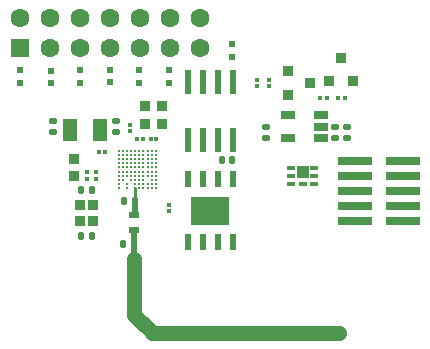
<source format=gts>
G04*
G04 #@! TF.GenerationSoftware,Altium Limited,Altium Designer,22.10.1 (41)*
G04*
G04 Layer_Color=8388736*
%FSLAX25Y25*%
%MOIN*%
G70*
G04*
G04 #@! TF.SameCoordinates,6EEB4584-1C63-4AE3-A79B-07B07B7A1057*
G04*
G04*
G04 #@! TF.FilePolarity,Negative*
G04*
G01*
G75*
%ADD14C,0.00800*%
%ADD20R,0.02362X0.02362*%
%ADD23R,0.02638X0.01575*%
%ADD24R,0.04134X0.03937*%
%ADD25R,0.02598X0.01575*%
%ADD27R,0.03347X0.02461*%
%ADD29R,0.03200X0.03500*%
%ADD31R,0.03500X0.03200*%
%ADD35R,0.01900X0.05400*%
%ADD41C,0.05000*%
%ADD42C,0.02000*%
%ADD43C,0.01000*%
%ADD44R,0.05118X0.02953*%
G04:AMPARAMS|DCode=45|XSize=23.26mil|YSize=25.62mil|CornerRadius=6.53mil|HoleSize=0mil|Usage=FLASHONLY|Rotation=0.000|XOffset=0mil|YOffset=0mil|HoleType=Round|Shape=RoundedRectangle|*
%AMROUNDEDRECTD45*
21,1,0.02326,0.01257,0,0,0.0*
21,1,0.01021,0.02562,0,0,0.0*
1,1,0.01306,0.00510,-0.00628*
1,1,0.01306,-0.00510,-0.00628*
1,1,0.01306,-0.00510,0.00628*
1,1,0.01306,0.00510,0.00628*
%
%ADD45ROUNDEDRECTD45*%
%ADD46R,0.01775X0.01696*%
%ADD47R,0.11184X0.03113*%
G04:AMPARAMS|DCode=48|XSize=23.26mil|YSize=25.62mil|CornerRadius=6.53mil|HoleSize=0mil|Usage=FLASHONLY|Rotation=90.000|XOffset=0mil|YOffset=0mil|HoleType=Round|Shape=RoundedRectangle|*
%AMROUNDEDRECTD48*
21,1,0.02326,0.01257,0,0,90.0*
21,1,0.01021,0.02562,0,0,90.0*
1,1,0.01306,0.00628,0.00510*
1,1,0.01306,0.00628,-0.00510*
1,1,0.01306,-0.00628,-0.00510*
1,1,0.01306,-0.00628,0.00510*
%
%ADD48ROUNDEDRECTD48*%
%ADD49R,0.01696X0.01775*%
%ADD50R,0.01400X0.01800*%
%ADD51R,0.01800X0.01400*%
%ADD52R,0.03353X0.03747*%
%ADD53R,0.12600X0.09500*%
%ADD54R,0.04531X0.07680*%
%ADD55C,0.01035*%
%ADD56R,0.02300X0.08000*%
%ADD57R,0.03400X0.03700*%
%ADD58R,0.03700X0.03400*%
%ADD59C,0.06302*%
%ADD60R,0.06302X0.06302*%
D14*
X571352Y138345D02*
X571404Y138398D01*
D20*
X604066Y200487D02*
D03*
Y196353D02*
D03*
X583034Y191867D02*
D03*
Y187733D02*
D03*
X533328Y191867D02*
D03*
Y187733D02*
D03*
X543613Y191749D02*
D03*
Y187616D02*
D03*
X553271Y191855D02*
D03*
Y187721D02*
D03*
X563351Y191964D02*
D03*
Y187830D02*
D03*
X573045Y191867D02*
D03*
Y187733D02*
D03*
D23*
X623636Y159227D02*
D03*
Y156668D02*
D03*
Y154109D02*
D03*
X631510D02*
D03*
Y156668D02*
D03*
Y159227D02*
D03*
D24*
X627573Y157849D02*
D03*
D25*
Y154109D02*
D03*
D27*
X571468Y143797D02*
D03*
Y138581D02*
D03*
D29*
X640510Y195829D02*
D03*
X644546Y188389D02*
D03*
X636475D02*
D03*
D31*
X630010Y187609D02*
D03*
X622569Y183573D02*
D03*
Y191644D02*
D03*
D35*
X604368Y155578D02*
D03*
X599368D02*
D03*
X594369D02*
D03*
X589368D02*
D03*
Y134579D02*
D03*
X594369D02*
D03*
X599368D02*
D03*
X604368D02*
D03*
D41*
X571447Y110378D02*
X577586Y104239D01*
X571447Y110378D02*
Y128839D01*
X577445Y104383D02*
X639813D01*
D42*
X571352Y133808D02*
Y138345D01*
Y128903D02*
Y133808D01*
X571447Y143548D02*
X571628Y143729D01*
Y148262D01*
D43*
X571754Y148088D02*
Y152597D01*
D44*
X622791Y169339D02*
D03*
Y176819D02*
D03*
X633814Y176819D02*
D03*
Y173079D02*
D03*
Y169339D02*
D03*
D45*
X571628Y148262D02*
D03*
X568084D02*
D03*
X571352Y133808D02*
D03*
X567808D02*
D03*
X557282Y152109D02*
D03*
X553739D02*
D03*
X600597Y162078D02*
D03*
X604140D02*
D03*
X557282Y136609D02*
D03*
X553739D02*
D03*
D46*
X555855Y157944D02*
D03*
X555855Y155732D02*
D03*
X612510Y186503D02*
D03*
X612510Y188715D02*
D03*
X616510Y186503D02*
D03*
X616510Y188715D02*
D03*
X558554Y157944D02*
D03*
X558554Y155732D02*
D03*
D47*
X661012Y161500D02*
D03*
Y156500D02*
D03*
Y151500D02*
D03*
Y146500D02*
D03*
Y141500D02*
D03*
X644988D02*
D03*
Y146500D02*
D03*
Y151500D02*
D03*
Y156500D02*
D03*
Y161500D02*
D03*
D48*
X638537Y172881D02*
D03*
Y169337D02*
D03*
X642537Y172881D02*
D03*
Y169337D02*
D03*
X615510Y172881D02*
D03*
Y169337D02*
D03*
X565510Y171337D02*
D03*
Y174881D02*
D03*
X544510Y171337D02*
D03*
Y174881D02*
D03*
D49*
X639404Y182609D02*
D03*
X641617Y182609D02*
D03*
X633404Y182609D02*
D03*
X635617Y182609D02*
D03*
D50*
X572510Y169109D02*
D03*
X574323D02*
D03*
X578701Y168853D02*
D03*
X576888D02*
D03*
X561549Y164764D02*
D03*
X559737D02*
D03*
D51*
X570010Y173515D02*
D03*
Y171703D02*
D03*
X583010Y146922D02*
D03*
Y145109D02*
D03*
D52*
X557644Y141794D02*
D03*
Y147109D02*
D03*
X553510D02*
D03*
Y141794D02*
D03*
D53*
X596869Y145079D02*
D03*
D54*
X559932Y172109D02*
D03*
X550089D02*
D03*
D55*
X578644Y164999D02*
D03*
Y163621D02*
D03*
Y162243D02*
D03*
Y160865D02*
D03*
Y159487D02*
D03*
Y158109D02*
D03*
Y156731D02*
D03*
Y155353D02*
D03*
Y153975D02*
D03*
Y152597D02*
D03*
X577266Y164999D02*
D03*
Y163621D02*
D03*
Y162243D02*
D03*
Y160865D02*
D03*
Y159487D02*
D03*
Y158109D02*
D03*
Y156731D02*
D03*
Y155353D02*
D03*
Y153975D02*
D03*
Y152597D02*
D03*
X575888Y164999D02*
D03*
Y163621D02*
D03*
Y162243D02*
D03*
Y160865D02*
D03*
Y159487D02*
D03*
Y158109D02*
D03*
Y156731D02*
D03*
Y153975D02*
D03*
Y152597D02*
D03*
X574510Y164999D02*
D03*
Y163621D02*
D03*
Y162243D02*
D03*
Y160865D02*
D03*
Y159487D02*
D03*
Y158109D02*
D03*
Y156731D02*
D03*
Y155353D02*
D03*
Y153975D02*
D03*
Y152597D02*
D03*
X573132Y164999D02*
D03*
Y163621D02*
D03*
Y162243D02*
D03*
Y160865D02*
D03*
Y159487D02*
D03*
Y158109D02*
D03*
Y156731D02*
D03*
Y155353D02*
D03*
Y153975D02*
D03*
Y152597D02*
D03*
X571754Y164999D02*
D03*
Y163621D02*
D03*
Y162243D02*
D03*
Y160865D02*
D03*
Y159487D02*
D03*
Y158109D02*
D03*
Y156731D02*
D03*
Y155353D02*
D03*
Y153975D02*
D03*
Y152597D02*
D03*
X570376Y164999D02*
D03*
Y163621D02*
D03*
Y162243D02*
D03*
Y160865D02*
D03*
Y159487D02*
D03*
Y158109D02*
D03*
Y156731D02*
D03*
Y155353D02*
D03*
X568998Y164999D02*
D03*
Y163621D02*
D03*
Y162243D02*
D03*
Y160865D02*
D03*
Y159487D02*
D03*
Y158109D02*
D03*
Y156731D02*
D03*
Y153975D02*
D03*
Y152597D02*
D03*
X567621Y164999D02*
D03*
Y163621D02*
D03*
Y162243D02*
D03*
Y160865D02*
D03*
Y159487D02*
D03*
Y158109D02*
D03*
Y156731D02*
D03*
Y155353D02*
D03*
X566243Y164999D02*
D03*
Y163621D02*
D03*
Y162243D02*
D03*
Y160865D02*
D03*
Y159487D02*
D03*
Y158109D02*
D03*
Y156731D02*
D03*
Y155353D02*
D03*
Y153975D02*
D03*
Y152597D02*
D03*
D56*
X604368Y168579D02*
D03*
X599368D02*
D03*
X594369D02*
D03*
X589368D02*
D03*
Y187978D02*
D03*
X594369D02*
D03*
X599368D02*
D03*
X604368D02*
D03*
D57*
X575010Y174109D02*
D03*
X580610D02*
D03*
X580810Y180109D02*
D03*
X575210D02*
D03*
D58*
X551427Y162196D02*
D03*
Y156596D02*
D03*
D59*
X563281Y209333D02*
D03*
Y199333D02*
D03*
X543281D02*
D03*
X553281D02*
D03*
X533281Y209333D02*
D03*
X543281D02*
D03*
X553281D02*
D03*
X573281Y199333D02*
D03*
Y209333D02*
D03*
X593281D02*
D03*
X583281D02*
D03*
X593281Y199333D02*
D03*
X583281D02*
D03*
D60*
X533281D02*
D03*
M02*

</source>
